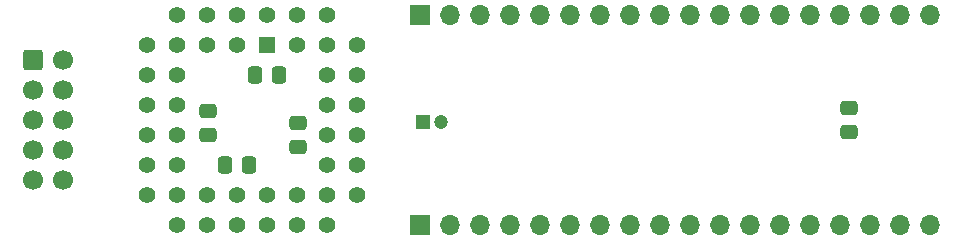
<source format=gbs>
G04 #@! TF.GenerationSoftware,KiCad,Pcbnew,7.0.5-0*
G04 #@! TF.CreationDate,2023-06-22T12:24:29+02:00*
G04 #@! TF.ProjectId,atf1504_plcc44_breakout,61746631-3530-4345-9f70-6c636334345f,A*
G04 #@! TF.SameCoordinates,Original*
G04 #@! TF.FileFunction,Soldermask,Bot*
G04 #@! TF.FilePolarity,Negative*
%FSLAX46Y46*%
G04 Gerber Fmt 4.6, Leading zero omitted, Abs format (unit mm)*
G04 Created by KiCad (PCBNEW 7.0.5-0) date 2023-06-22 12:24:29*
%MOMM*%
%LPD*%
G01*
G04 APERTURE LIST*
G04 Aperture macros list*
%AMRoundRect*
0 Rectangle with rounded corners*
0 $1 Rounding radius*
0 $2 $3 $4 $5 $6 $7 $8 $9 X,Y pos of 4 corners*
0 Add a 4 corners polygon primitive as box body*
4,1,4,$2,$3,$4,$5,$6,$7,$8,$9,$2,$3,0*
0 Add four circle primitives for the rounded corners*
1,1,$1+$1,$2,$3*
1,1,$1+$1,$4,$5*
1,1,$1+$1,$6,$7*
1,1,$1+$1,$8,$9*
0 Add four rect primitives between the rounded corners*
20,1,$1+$1,$2,$3,$4,$5,0*
20,1,$1+$1,$4,$5,$6,$7,0*
20,1,$1+$1,$6,$7,$8,$9,0*
20,1,$1+$1,$8,$9,$2,$3,0*%
G04 Aperture macros list end*
%ADD10R,1.200000X1.200000*%
%ADD11C,1.200000*%
%ADD12R,1.422400X1.422400*%
%ADD13C,1.422400*%
%ADD14RoundRect,0.250000X-0.600000X-0.600000X0.600000X-0.600000X0.600000X0.600000X-0.600000X0.600000X0*%
%ADD15C,1.700000*%
%ADD16RoundRect,0.250000X-0.337500X-0.475000X0.337500X-0.475000X0.337500X0.475000X-0.337500X0.475000X0*%
%ADD17RoundRect,0.250000X0.475000X-0.337500X0.475000X0.337500X-0.475000X0.337500X-0.475000X-0.337500X0*%
%ADD18RoundRect,0.250000X-0.475000X0.337500X-0.475000X-0.337500X0.475000X-0.337500X0.475000X0.337500X0*%
%ADD19R,1.700000X1.700000*%
%ADD20O,1.700000X1.700000*%
G04 APERTURE END LIST*
D10*
X129833401Y-62357000D03*
D11*
X131333401Y-62357000D03*
D12*
X116586000Y-55880000D03*
D13*
X114046000Y-53340000D03*
X114046000Y-55880000D03*
X111506000Y-53340000D03*
X111506000Y-55880000D03*
X108966000Y-53340000D03*
X106426000Y-55880000D03*
X108966000Y-55880000D03*
X106426000Y-58420000D03*
X108966000Y-58420000D03*
X106426000Y-60960000D03*
X108966000Y-60960000D03*
X106426000Y-63500000D03*
X108966000Y-63500000D03*
X106426000Y-66040000D03*
X108966000Y-66040000D03*
X106426000Y-68580000D03*
X108966000Y-71120000D03*
X108966000Y-68580000D03*
X111506000Y-71120000D03*
X111506000Y-68580000D03*
X114046000Y-71120000D03*
X114046000Y-68580000D03*
X116586000Y-71120000D03*
X116586000Y-68580000D03*
X119126000Y-71120000D03*
X119126000Y-68580000D03*
X121666000Y-71120000D03*
X124206000Y-68580000D03*
X121666000Y-68580000D03*
X124206000Y-66040000D03*
X121666000Y-66040000D03*
X124206000Y-63500000D03*
X121666000Y-63500000D03*
X124206000Y-60960000D03*
X121666000Y-60960000D03*
X124206000Y-58420000D03*
X121666000Y-58420000D03*
X124206000Y-55880000D03*
X121666000Y-53340000D03*
X121666000Y-55880000D03*
X119126000Y-53340000D03*
X119126000Y-55880000D03*
X116586000Y-53340000D03*
D14*
X96774000Y-57150000D03*
D15*
X99314000Y-57150000D03*
X96774000Y-59690000D03*
X99314000Y-59690000D03*
X96774000Y-62230000D03*
X99314000Y-62230000D03*
X96774000Y-64770000D03*
X99314000Y-64770000D03*
X96774000Y-67310000D03*
X99314000Y-67310000D03*
D16*
X113008500Y-66040000D03*
X115083500Y-66040000D03*
D17*
X165862000Y-63267500D03*
X165862000Y-61192500D03*
X111633000Y-63521500D03*
X111633000Y-61446500D03*
D18*
X119253000Y-62462500D03*
X119253000Y-64537500D03*
D19*
X129535000Y-71120000D03*
D20*
X132075000Y-71120000D03*
X134615000Y-71120000D03*
X137155000Y-71120000D03*
X139695000Y-71120000D03*
X142235000Y-71120000D03*
X144775000Y-71120000D03*
X147315000Y-71120000D03*
X149855000Y-71120000D03*
X152395000Y-71120000D03*
X154935000Y-71120000D03*
X157475000Y-71120000D03*
X160015000Y-71120000D03*
X162555000Y-71120000D03*
X165095000Y-71120000D03*
X167635000Y-71120000D03*
X170175000Y-71120000D03*
X172715000Y-71120000D03*
D19*
X129540000Y-53340000D03*
D20*
X132080000Y-53340000D03*
X134620000Y-53340000D03*
X137160000Y-53340000D03*
X139700000Y-53340000D03*
X142240000Y-53340000D03*
X144780000Y-53340000D03*
X147320000Y-53340000D03*
X149860000Y-53340000D03*
X152400000Y-53340000D03*
X154940000Y-53340000D03*
X157480000Y-53340000D03*
X160020000Y-53340000D03*
X162560000Y-53340000D03*
X165100000Y-53340000D03*
X167640000Y-53340000D03*
X170180000Y-53340000D03*
X172720000Y-53340000D03*
D16*
X115548500Y-58420000D03*
X117623500Y-58420000D03*
M02*

</source>
